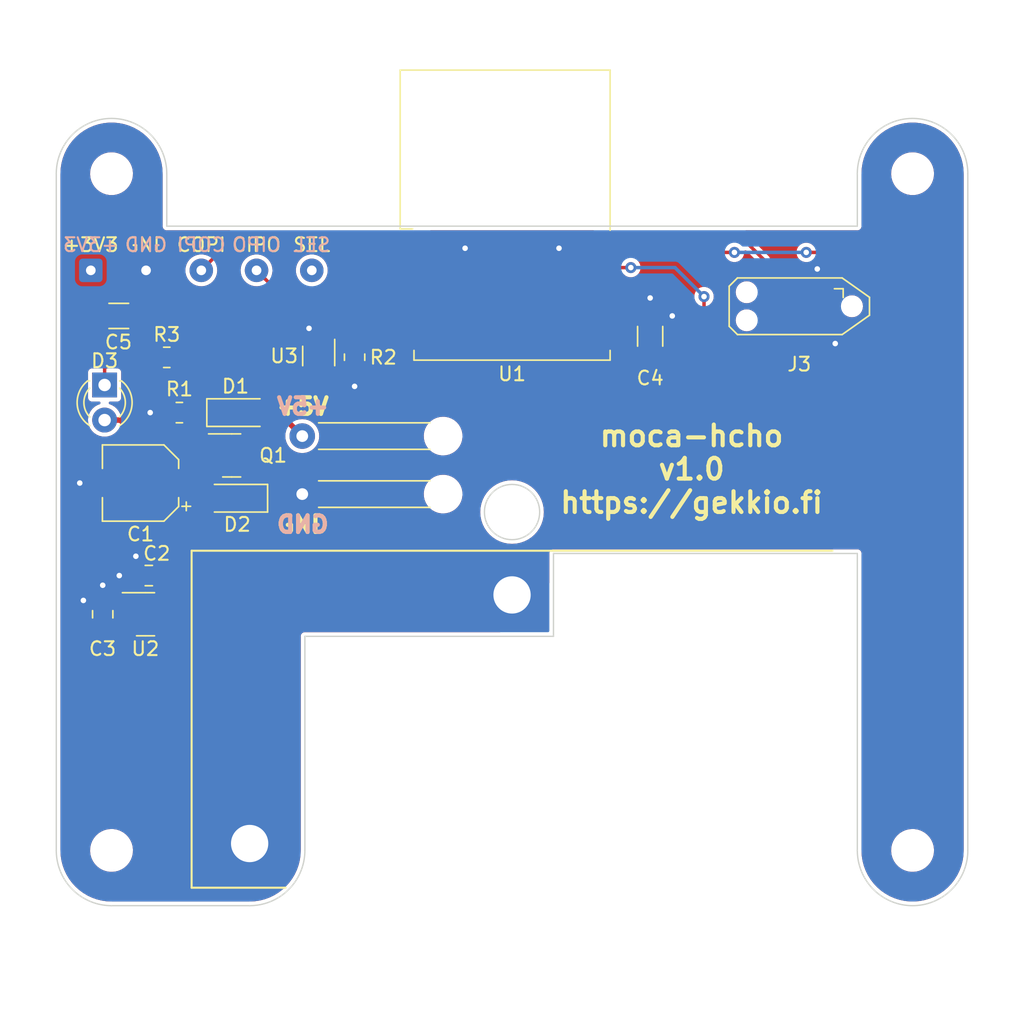
<source format=kicad_pcb>
(kicad_pcb (version 20211014) (generator pcbnew)
  (title_block (title "moca-hcho") (date "2022-01-01") (rev "${VERSION}") (company "https://gekkio.fi"))
  (layers (0 "F.Cu" signal) (31 "B.Cu" signal) (34 "B.Paste" user) (35 "F.Paste" user) (36 "B.SilkS" user "B.Silkscreen") (37 "F.SilkS" user "F.Silkscreen") (38 "B.Mask" user) (39 "F.Mask" user) (44 "Edge.Cuts" user))
  (property "VERSION" "v1.0")
  (net 0 "")
  (net 1 "/VIN")
  (net 2 "GND")
  (net 3 "Net-(D1-Pad1)")
  (net 4 "Net-(D1-Pad2)")
  (net 5 "/SFA30_COPI")
  (net 6 "/SFA30_CIPO")
  (net 12 "+3V3")
  (net 17 "/SWDIO")
  (net 39 "/RESET")
  (net 43 "/SWDCLK")
  (net 44 "Net-(D3-Pad1)")
  (net 45 "/~{LED_EN}")
  (net 46 "Net-(R3-Pad2)")
  (footprint "Connector_Wire:SolderWire-0.15sqmm_1x05_P4mm_D0.5mm_OD1.5mm" (layer "F.Cu") (at 69.5 82.5)
    (fp_text reference "J2" hide)
    (fp_text value "DNP")
    (pad "1" thru_hole roundrect locked (at 0 0) (size 1.7 1.7) (drill 0.7) (layers *.Cu *.Mask) (roundrect_rratio 0.1470588235) (net 12 "+3V3"))
    (pad "2" thru_hole circle locked (at 4 0) (size 1.7 1.7) (drill 0.7) (layers *.Cu *.Mask) (net 2 "GND"))
    (pad "3" thru_hole circle locked (at 8 0) (size 1.7 1.7) (drill 0.7) (layers *.Cu *.Mask) (net 5 "/SFA30_COPI"))
    (pad "4" thru_hole circle locked (at 12 0) (size 1.7 1.7) (drill 0.7) (layers *.Cu *.Mask) (net 6 "/SFA30_CIPO"))
    (pad "5" thru_hole circle locked (at 16 0) (size 1.7 1.7) (drill 0.7) (layers *.Cu *.Mask))
  )
  (footprint "Capacitor_SMD:C_1206_3216Metric" (layer "F.Cu") (at 71.525 85.8)
    (fp_text reference "C5" (at -0.025 1.9) (layer "F.SilkS"))
    (fp_text value "10uF")
    (fp_line (start -0.711252 -0.91) (end 0.711252 -0.91) (layer "F.SilkS") (width 0.12))
    (fp_line (start -0.711252 0.91) (end 0.711252 0.91) (layer "F.SilkS") (width 0.12))
    (pad "1" smd roundrect locked (at -1.475 0) (size 1.15 1.8) (layers "F.Cu" "F.Paste" "F.Mask") (roundrect_rratio 0.2173913043) (net 12 "+3V3"))
    (pad "2" smd roundrect locked (at 1.475 0) (size 1.15 1.8) (layers "F.Cu" "F.Paste" "F.Mask") (roundrect_rratio 0.2173913043) (net 2 "GND"))
  )
  (footprint "MountingHole:MountingHole_2.5mm" (layer "F.Cu") (at 129 124.5 90)
    (fp_text reference "H4" hide)
    (fp_text value "DNP" hide)
    (pad "" np_thru_hole circle locked (at 0 0 90) (size 2.5 2.5) (drill 2.5) (layers *.Cu *.Mask))
  )
  (footprint "MountingHole:MountingHole_2.5mm" (layer "F.Cu") (at 129 75.5 90)
    (fp_text reference "H2" hide)
    (fp_text value "DNP" hide)
    (pad "" np_thru_hole circle locked (at 0 0 90) (size 2.5 2.5) (drill 2.5) (layers *.Cu *.Mask))
  )
  (footprint "MountingHole:MountingHole_2.5mm" (layer "F.Cu") (at 71 75.5 90)
    (fp_text reference "H3" hide)
    (fp_text value "DNP" hide)
    (pad "" np_thru_hole circle locked (at 0 0 90) (size 2.5 2.5) (drill 2.5) (layers *.Cu *.Mask))
  )
  (footprint "Capacitor_SMD:C_0805_2012Metric" (layer "F.Cu") (at 73.7 104.6 180)
    (fp_text reference "C2" (at 0.5 1.6) (layer "F.SilkS") (effects (justify left)))
    (fp_text value "4.7uF")
    (fp_line (start -0.261252 -0.735) (end 0.261252 -0.735) (layer "F.SilkS") (width 0.12))
    (fp_line (start -0.261252 0.735) (end 0.261252 0.735) (layer "F.SilkS") (width 0.12))
    (pad "1" smd roundrect locked (at -0.95 0 180) (size 1 1.45) (layers "F.Cu" "F.Paste" "F.Mask") (net 1 "/VIN"))
    (pad "2" smd roundrect locked (at 0.95 0 180) (size 1 1.45) (layers "F.Cu" "F.Paste" "F.Mask") (net 2 "GND"))
  )
  (footprint "LED_THT:LED_D3.0mm" (layer "F.Cu") (at 70.5 90.8 -90)
    (fp_text reference "D3" (at -1.75 0 180) (layer "F.SilkS"))
    (fp_text value "LED")
    (fp_line (start -0.29 1.08) (end -0.29 1.236) (layer "F.SilkS") (width 0.12))
    (fp_line (start -0.29 -1.236) (end -0.29 -1.08) (layer "F.SilkS") (width 0.12))
    (fp_arc (start 0.229039 -1.08) (mid 1.270117 -1.5) (end 2.31113 -1.079837) (layer "F.SilkS") (width 0.12))
    (fp_arc (start 2.942335 1.078608) (mid 1.366487 1.987659) (end -0.29 1.235516) (layer "F.SilkS") (width 0.12))
    (fp_arc (start 2.31113 1.079837) (mid 1.270117 1.5) (end 0.229039 1.08) (layer "F.SilkS") (width 0.12))
    (fp_arc (start -0.29 -1.235516) (mid 1.366487 -1.987659) (end 2.942335 -1.078608) (layer "F.SilkS") (width 0.12))
    (pad "1" thru_hole rect locked (at 0 0 270) (size 1.8 1.8) (drill 0.9) (layers *.Cu *.Mask) (net 44 "Net-(D3-Pad1)"))
    (pad "2" thru_hole circle locked (at 2.54 0 270) (size 1.8 1.8) (drill 0.9) (layers *.Cu *.Mask) (net 1 "/VIN"))
  )
  (footprint "Package_TO_SOT_SMD:SOT-23" (layer "F.Cu") (at 73.4625 107.4)
    (fp_text reference "U2" (at -0.0125 2.5) (layer "F.SilkS"))
    (fp_text value "LN1132P332M")
    (fp_line (start 0 -1.56) (end -1.675 -1.56) (layer "F.SilkS") (width 0.12))
    (fp_line (start 0 1.56) (end -0.65 1.56) (layer "F.SilkS") (width 0.12))
    (fp_line (start 0 -1.56) (end 0.65 -1.56) (layer "F.SilkS") (width 0.12))
    (fp_line (start 0 1.56) (end 0.65 1.56) (layer "F.SilkS") (width 0.12))
    (pad "1" smd roundrect locked (at -0.9375 -0.95) (size 1.475 0.6) (layers "F.Cu" "F.Paste" "F.Mask") (net 2 "GND"))
    (pad "2" smd roundrect locked (at -0.9375 0.95) (size 1.475 0.6) (layers "F.Cu" "F.Paste" "F.Mask") (net 12 "+3V3"))
    (pad "3" smd roundrect locked (at 0.9375 0) (size 1.475 0.6) (layers "F.Cu" "F.Paste" "F.Mask") (net 1 "/VIN"))
  )
  (footprint "Capacitor_SMD:CP_Elec_5x5.8" (layer "F.Cu") (at 73.1 97.9 180)
    (fp_text reference "C1" (at 0 -3.7) (layer "F.SilkS"))
    (fp_text value "47uF")
    (fp_line (start -1.695563 2.76) (end 2.76 2.76) (layer "F.SilkS") (width 0.12))
    (fp_line (start -2.76 -1.695563) (end -1.695563 -2.76) (layer "F.SilkS") (width 0.12))
    (fp_line (start 2.76 -2.76) (end 2.76 -1.06) (layer "F.SilkS") (width 0.12))
    (fp_line (start -3.3125 -1.9975) (end -3.3125 -1.3725) (layer "F.SilkS") (width 0.12))
    (fp_line (start 2.76 2.76) (end 2.76 1.06) (layer "F.SilkS") (width 0.12))
    (fp_line (start -2.76 1.695563) (end -2.76 1.06) (layer "F.SilkS") (width 0.12))
    (fp_line (start -3.625 -1.685) (end -3 -1.685) (layer "F.SilkS") (width 0.12))
    (fp_line (start -2.76 -1.695563) (end -2.76 -1.06) (layer "F.SilkS") (width 0.12))
    (fp_line (start -2.76 1.695563) (end -1.695563 2.76) (layer "F.SilkS") (width 0.12))
    (fp_line (start -1.695563 -2.76) (end 2.76 -2.76) (layer "F.SilkS") (width 0.12))
    (pad "1" smd roundrect locked (at -2.2 0 180) (size 3 1.6) (layers "F.Cu" "F.Paste" "F.Mask") (roundrect_rratio 0.15625) (net 1 "/VIN"))
    (pad "2" smd roundrect locked (at 2.2 0 180) (size 3 1.6) (layers "F.Cu" "F.Paste" "F.Mask") (roundrect_rratio 0.15625) (net 2 "GND"))
  )
  (footprint "Connector:Tag-Connect_TC2050-IDC-NL_2x05_P1.27mm_Vertical" (layer "F.Cu") (at 120.8 85.1 180)
    (fp_text reference "J3" (at 0 -4.2) (layer "F.SilkS"))
    (fp_text value "DNP")
    (fp_line (start 4.48 -2.05) (end 5.08 -1.45) (layer "F.SilkS") (width 0.12))
    (fp_line (start -5.08 0.65) (end -5.08 -0.65) (layer "F.SilkS") (width 0.12))
    (fp_line (start 4.48 2.05) (end -3.1 2.05) (layer "F.SilkS") (width 0.12))
    (fp_line (start 4.48 2.05) (end 5.08 1.45) (layer "F.SilkS") (width 0.12))
    (fp_line (start -3.1 2.05) (end -5.08 0.65) (layer "F.SilkS") (width 0.12))
    (fp_line (start -3.1 -2.05) (end 4.48 -2.05) (layer "F.SilkS") (width 0.12))
    (fp_line (start 5.08 -1.45) (end 5.08 1.45) (layer "F.SilkS") (width 0.12))
    (fp_line (start -2.54 1.27) (end -3.175 1.27) (layer "F.SilkS") (width 0.12))
    (fp_line (start -3.175 1.27) (end -3.175 0.635) (layer "F.SilkS") (width 0.12))
    (fp_line (start -5.08 -0.65) (end -3.1 -2.05) (layer "F.SilkS") (width 0.12))
    (pad "" np_thru_hole circle locked (at 3.81 1.016 180) (size 0.9906 0.9906) (drill 0.9906) (layers *.Cu *.Mask))
    (pad "" np_thru_hole circle locked (at 3.81 -1.016 180) (size 0.9906 0.9906) (drill 0.9906) (layers *.Cu *.Mask))
    (pad "" np_thru_hole circle locked (at -3.81 0 180) (size 0.9906 0.9906) (drill 0.9906) (layers *.Cu *.Mask))
    (pad "1" connect circle locked (at -2.54 0.635 180) (size 0.7874 0.7874) (layers "F.Cu" "F.Mask") (net 43 "/SWDCLK"))
    (pad "2" connect circle locked (at -1.27 0.635 180) (size 0.7874 0.7874) (layers "F.Cu" "F.Mask") (net 2 "GND"))
    (pad "3" connect circle locked (at 0 0.635 180) (size 0.7874 0.7874) (layers "F.Cu" "F.Mask"))
    (pad "4" connect circle locked (at 1.27 0.635 180) (size 0.7874 0.7874) (layers "F.Cu" "F.Mask") (net 12 "+3V3"))
    (pad "5" connect circle locked (at 2.54 0.635 180) (size 0.7874 0.7874) (layers "F.Cu" "F.Mask") (net 17 "/SWDIO"))
    (pad "6" connect circle locked (at 2.54 -0.635 180) (size 0.7874 0.7874) (layers "F.Cu" "F.Mask") (net 39 "/RESET"))
    (pad "7" connect circle locked (at 1.27 -0.635 180) (size 0.7874 0.7874) (layers "F.Cu" "F.Mask"))
    (pad "8" connect circle locked (at 0 -0.635 180) (size 0.7874 0.7874) (layers "F.Cu" "F.Mask"))
    (pad "9" connect circle locked (at -1.27 -0.635 180) (size 0.7874 0.7874) (layers "F.Cu" "F.Mask"))
    (pad "10" connect circle locked (at -2.54 -0.635 180) (size 0.7874 0.7874) (layers "F.Cu" "F.Mask") (net 2 "GND"))
  )
  (footprint "Gekkio_RF_Module:Fanstel_BT832F" (layer "F.Cu") (at 100 83.95)
    (fp_text reference "U1" (at 0 6.05 unlocked) (layer "F.SilkS"))
    (fp_text value "BT832F")
    (fp_line (start -7.1 5.05) (end 7.1 5.05) (layer "F.SilkS") (width 0.12))
    (fp_line (start 7.1 5.05) (end 7.1 4.35) (layer "F.SilkS") (width 0.12))
    (fp_line (start 7.1 -15.95) (end -8.1 -15.95) (layer "F.SilkS") (width 0.12))
    (fp_line (start -7.1 5.05) (end -7.1 4.35) (layer "F.SilkS") (width 0.12))
    (fp_line (start -8.1 -4.45) (end -7.2 -4.45) (layer "F.SilkS") (width 0.12))
    (fp_line (start 7.1 -15.95) (end 7.1 -4.35) (layer "F.SilkS") (width 0.12))
    (fp_line (start -8.1 -15.95) (end -8.1 -4.45) (layer "F.SilkS") (width 0.12))
    (pad "1" smd roundrect (at -7 -3.85) (size 1.5 0.7) (layers "F.Cu" "F.Paste" "F.Mask") (net 5 "/SFA30_COPI"))
    (pad "2" smd roundrect (at -7 -2.75) (size 1.5 0.7) (layers "F.Cu" "F.Paste" "F.Mask") (net 6 "/SFA30_CIPO"))
    (pad "3" smd roundrect (at -7 -1.65) (size 1.5 0.7) (layers "F.Cu" "F.Paste" "F.Mask"))
    (pad "4" smd roundrect (at -7 -0.55) (size 1.5 0.7) (layers "F.Cu" "F.Paste" "F.Mask"))
    (pad "5" smd roundrect (at -7 0.55) (size 1.5 0.7) (layers "F.Cu" "F.Paste" "F.Mask") (net 45 "/~{LED_EN}"))
    (pad "6" smd roundrect (at -7 1.65) (size 1.5 0.7) (layers "F.Cu" "F.Paste" "F.Mask"))
    (pad "7" smd roundrect (at -7 2.75) (size 1.5 0.7) (layers "F.Cu" "F.Paste" "F.Mask"))
    (pad "8" smd roundrect (at -7 3.85) (size 1.5 0.7) (layers "F.Cu" "F.Paste" "F.Mask"))
    (pad "9" smd roundrect (at 7 3.85) (size 1.5 0.7) (layers "F.Cu" "F.Paste" "F.Mask") (net 12 "+3V3"))
    (pad "10" smd roundrect (at 7 2.75) (size 1.5 0.7) (layers "F.Cu" "F.Paste" "F.Mask") (net 2 "GND"))
    (pad "11" smd roundrect (at 7 1.65) (size 1.5 0.7) (layers "F.Cu" "F.Paste" "F.Mask"))
    (pad "12" smd roundrect (at 7 0.55) (size 1.5 0.7) (layers "F.Cu" "F.Paste" "F.Mask"))
    (pad "13" smd roundrect (at 7 -0.55) (size 1.5 0.7) (layers "F.Cu" "F.Paste" "F.Mask"))
    (pad "14" smd roundrect (at 7 -1.65) (size 1.5 0.7) (layers "F.Cu" "F.Paste" "F.Mask") (net 39 "/RESET"))
    (pad "15" smd roundrect (at 7 -2.75) (size 1.5 0.7) (layers "F.Cu" "F.Paste" "F.Mask") (net 43 "/SWDCLK"))
    (pad "16" smd roundrect (at 7 -3.85) (size 1.5 0.7) (layers "F.Cu" "F.Paste" "F.Mask") (net 17 "/SWDIO"))
    (pad "A0" smd circle (at -2.25 -3.05) (size 0.6 0.6) (layers "F.Cu" "F.Paste" "F.Mask") (net 2 "GND"))
    (pad "A1" smd circle (at -2.25 -1.85) (size 0.6 0.6) (layers "F.Cu" "F.Paste" "F.Mask"))
    (pad "A2" smd circle (at -2.25 -0.65) (size 0.6 0.6) (layers "F.Cu" "F.Paste" "F.Mask"))
    (pad "A3" smd circle (at -2.25 0.55) (size 0.6 0.6) (layers "F.Cu" "F.Paste" "F.Mask"))
    (pad "A4" smd circle (at -2.25 1.75) (size 0.6 0.6) (layers "F.Cu" "F.Paste" "F.Mask"))
    (pad "A5" smd circle (at -2.25 2.95) (size 0.6 0.6) (layers "F.Cu" "F.Paste" "F.Mask"))
    (pad "B0" smd circle (at -0.75 -3.05) (size 0.6 0.6) (layers "F.Cu" "F.Paste" "F.Mask") (net 2 "GND"))
    (pad "B1" smd circle (at -0.75 -1.85) (size 0.6 0.6) (layers "F.Cu" "F.Paste" "F.Mask"))
    (pad "B2" smd circle (at -0.75 -0.65) (size 0.6 0.6) (layers "F.Cu" "F.Paste" "F.Mask"))
    (pad "B3" smd circle (at -0.75 0.55) (size 0.6 0.6) (layers "F.Cu" "F.Paste" "F.Mask"))
    (pad "B4" smd circle (at -0.75 1.75) (size 0.6 0.6) (layers "F.Cu" "F.Paste" "F.Mask"))
    (pad "B5" smd circle (at -0.75 2.95) (size 0.6 0.6) (layers "F.Cu" "F.Paste" "F.Mask"))
    (pad "C0" smd circle (at 0.75 -3.05) (size 0.6 0.6) (layers "F.Cu" "F.Paste" "F.Mask") (net 2 "GND"))
    (pad "C1" smd circle (at 0.75 -1.85) (size 0.6 0.6) (layers "F.Cu" "F.Paste" "F.Mask"))
    (pad "C2" smd circle (at 0.75 -0.65) (size 0.6 0.6) (layers "F.Cu" "F.Paste" "F.Mask"))
    (pad "C3" smd circle (at 0.75 0.55) (size 0.6 0.6) (layers "F.Cu" "F.Paste" "F.Mask"))
    (pad "C4" smd circle (at 0.75 1.75) (size 0.6 0.6) (layers "F.Cu" "F.Paste" "F.Mask"))
    (pad "C5" smd circle (at 0.75 2.95) (size 0.6 0.6) (layers "F.Cu" "F.Paste" "F.Mask"))
    (pad "D0" smd circle (at 2.25 -3.05) (size 0.6 0.6) (layers "F.Cu" "F.Paste" "F.Mask") (net 2 "GND"))
    (pad "D1" smd circle (at 2.25 -1.85) (size 0.6 0.6) (layers "F.Cu" "F.Paste" "F.Mask"))
    (pad "D2" smd circle (at 2.25 -0.65) (size 0.6 0.6) (layers "F.Cu" "F.Paste" "F.Mask"))
    (pad "D3" smd circle (at 2.25 0.55) (size 0.6 0.6) (layers "F.Cu" "F.Paste" "F.Mask"))
    (pad "D4" smd circle (at 2.25 1.75) (size 0.6 0.6) (layers "F.Cu" "F.Paste" "F.Mask"))
    (pad "D5" smd circle (at 2.25 2.95) (size 0.6 0.6) (layers "F.Cu" "F.Paste" "F.Mask"))
  )
  (footprint "Connector_Wire:SolderWire-0.25sqmm_1x02_P4.2mm_D0.65mm_OD1.7mm_Relief" (layer "F.Cu") (at 84.81 98.7 90)
    (fp_text reference "J1" hide)
    (fp_text value "DNP")
    (fp_line (start 0.96 1.185) (end 0.96 9.24) (layer "F.SilkS") (width 0.12))
    (fp_line (start 3.24 1.185) (end 3.24 9.24) (layer "F.SilkS") (width 0.12))
    (fp_line (start 5.16 1.185) (end 5.16 9.24) (layer "F.SilkS") (width 0.12))
    (fp_line (start -0.96 1.185) (end -0.96 9.24) (layer "F.SilkS") (width 0.12))
    (pad "" np_thru_hole circle locked (at 4.2 10.2 90) (size 2.2 2.2) (drill 2.2) (layers *.Cu *.Mask))
    (pad "" np_thru_hole circle locked (at 0 10.2 90) (size 2.2 2.2) (drill 2.2) (layers *.Cu *.Mask))
    (pad "1" thru_hole roundrect locked (at 0 0 90) (size 1.85 1.85) (drill 0.85) (layers *.Cu *.Mask) (roundrect_rratio 0.1351351351) (net 2 "GND"))
    (pad "2" thru_hole circle locked (at 4.2 0 90) (size 1.85 1.85) (drill 0.85) (layers *.Cu *.Mask) (net 4 "Net-(D1-Pad2)"))
  )
  (footprint "MountingHole:MountingHole_2.5mm" (layer "F.Cu") (at 71 124.5 90)
    (fp_text reference "H1" hide)
    (fp_text value "DNP" hide)
    (pad "" np_thru_hole circle locked (at 0 0 90) (size 2.5 2.5) (drill 2.5) (layers *.Cu *.Mask))
  )
  (footprint "Resistor_SMD:R_0805_2012Metric" (layer "F.Cu") (at 75 88.8)
    (fp_text reference "R3" (at 0 -1.65) (layer "F.SilkS"))
    (fp_text value "1k")
    (fp_line (start -0.227064 -0.735) (end 0.227064 -0.735) (layer "F.SilkS") (width 0.12))
    (fp_line (start -0.227064 0.735) (end 0.227064 0.735) (layer "F.SilkS") (width 0.12))
    (pad "1" smd roundrect locked (at -0.9125 0) (size 1.025 1.4) (layers "F.Cu" "F.Paste" "F.Mask") (roundrect_rratio 0.243902439) (net 44 "Net-(D3-Pad1)"))
    (pad "2" smd roundrect locked (at 0.9125 0) (size 1.025 1.4) (layers "F.Cu" "F.Paste" "F.Mask") (roundrect_rratio 0.243902439) (net 46 "Net-(R3-Pad2)"))
  )
  (footprint "Diode_SMD:D_SOD-123F" (layer "F.Cu") (at 80.1 99 180)
    (fp_text reference "D2" (at 0 -1.9) (layer "F.SilkS"))
    (fp_text value "SMF10CA")
    (fp_line (start -2.2 -1) (end 1.65 -1) (layer "F.SilkS") (width 0.12))
    (fp_line (start -2.2 1) (end 1.65 1) (layer "F.SilkS") (width 0.12))
    (fp_line (start -2.2 -1) (end -2.2 1) (layer "F.SilkS") (width 0.12))
    (pad "1" smd rect locked (at -1.4 0 180) (size 1.1 1.1) (layers "F.Cu" "F.Paste" "F.Mask") (net 2 "GND"))
    (pad "2" smd rect locked (at 1.4 0 180) (size 1.1 1.1) (layers "F.Cu" "F.Paste" "F.Mask") (net 1 "/VIN"))
  )
  (footprint "Resistor_SMD:R_0805_2012Metric" (layer "F.Cu") (at 88.6 88.7875 -90)
    (fp_text reference "R2" (at 0.0125 -1 180) (layer "F.SilkS") (effects (justify left)))
    (fp_text value "10k")
    (fp_line (start -0.227064 -0.735) (end 0.227064 -0.735) (layer "F.SilkS") (width 0.12))
    (fp_line (start -0.227064 0.735) (end 0.227064 0.735) (layer "F.SilkS") (width 0.12))
    (pad "1" smd roundrect locked (at -0.9125 0 270) (size 1.025 1.4) (layers "F.Cu" "F.Paste" "F.Mask") (roundrect_rratio 0.243902439) (net 45 "/~{LED_EN}"))
    (pad "2" smd roundrect locked (at 0.9125 0 270) (size 1.025 1.4) (layers "F.Cu" "F.Paste" "F.Mask") (roundrect_rratio 0.243902439) (net 2 "GND"))
  )
  (footprint "MountingHole:MountingHole_2.7mm_M2.5_DIN965_Pad" (layer "F.Cu") (at 81 124)
    (fp_text reference "H5" hide)
    (fp_text value "DNP" hide)
    (pad "1" thru_hole circle locked (at 0 0) (size 4.7 4.7) (drill 2.7) (layers *.Cu *.Mask) (net 2 "GND"))
  )
  (footprint "Package_TO_SOT_SMD:SOT-23" (layer "F.Cu") (at 79.7 95.9)
    (fp_text reference "Q1" (at 1.9 0) (layer "F.SilkS") (effects (justify left)))
    (fp_text value "BSS84")
    (fp_line (start 0 1.56) (end -0.65 1.56) (layer "F.SilkS") (width 0.12))
    (fp_line (start 0 -1.56) (end -1.675 -1.56) (layer "F.SilkS") (width 0.12))
    (fp_line (start 0 1.56) (end 0.65 1.56) (layer "F.SilkS") (width 0.12))
    (fp_line (start 0 -1.56) (end 0.65 -1.56) (layer "F.SilkS") (width 0.12))
    (pad "1" smd roundrect locked (at -0.9375 -0.95) (size 1.475 0.6) (layers "F.Cu" "F.Paste" "F.Mask") (net 3 "Net-(D1-Pad1)"))
    (pad "2" smd roundrect locked (at -0.9375 0.95) (size 1.475 0.6) (layers "F.Cu" "F.Paste" "F.Mask") (net 1 "/VIN"))
    (pad "3" smd roundrect locked (at 0.9375 0) (size 1.475 0.6) (layers "F.Cu" "F.Paste" "F.Mask") (net 4 "Net-(D1-Pad2)"))
  )
  (footprint "Capacitor_SMD:C_1206_3216Metric" (layer "F.Cu") (at 110 87.275 90)
    (fp_text reference "C4" (at -3.025 0 180) (layer "F.SilkS"))
    (fp_text value "10uF")
    (fp_line (start -0.711252 0.91) (end 0.711252 0.91) (layer "F.SilkS") (width 0.12))
    (fp_line (start -0.711252 -0.91) (end 0.711252 -0.91) (layer "F.SilkS") (width 0.12))
    (pad "1" smd roundrect locked (at -1.475 0 90) (size 1.15 1.8) (layers "F.Cu" "F.Paste" "F.Mask") (roundrect_rratio 0.2173913043) (net 12 "+3V3"))
    (pad "2" smd roundrect locked (at 1.475 0 90) (size 1.15 1.8) (layers "F.Cu" "F.Paste" "F.Mask") (roundrect_rratio 0.2173913043) (net 2 "GND"))
  )
  (footprint "Diode_SMD:D_SOD-123F" (layer "F.Cu") (at 80.1 92.8)
    (fp_text reference "D1" (at -0.127 -1.905) (layer "F.SilkS"))
    (fp_text value "SMF10CA")
    (fp_line (start -2.2 -1) (end -2.2 1) (layer "F.SilkS") (width 0.12))
    (fp_line (start -2.2 -1) (end 1.65 -1) (layer "F.SilkS") (width 0.12))
    (fp_line (start -2.2 1) (end 1.65 1) (layer "F.SilkS") (width 0.12))
    (pad "1" smd rect locked (at -1.4 0) (size 1.1 1.1) (layers "F.Cu" "F.Paste" "F.Mask") (net 3 "Net-(D1-Pad1)"))
    (pad "2" smd rect locked (at 1.4 0) (size 1.1 1.1) (layers "F.Cu" "F.Paste" "F.Mask") (net 4 "Net-(D1-Pad2)"))
  )
  (footprint "Capacitor_SMD:C_0805_2012Metric" (layer "F.Cu") (at 70.3625 107.4 90)
    (fp_text reference "C3" (at -2.5 -0.0125 180) (layer "F.SilkS"))
    (fp_text value "4.7uF")
    (fp_line (start -0.261252 -0.735) (end 0.261252 -0.735) (layer "F.SilkS") (width 0.12))
    (fp_line (start -0.261252 0.735) (end 0.261252 0.735) (layer "F.SilkS") (width 0.12))
    (pad "1" smd roundrect locked (at -0.95 0 90) (size 1 1.45) (layers "F.Cu" "F.Paste" "F.Mask") (net 12 "+3V3"))
    (pad "2" smd roundrect locked (at 0.95 0 90) (size 1 1.45) (layers "F.Cu" "F.Paste" "F.Mask") (net 2 "GND"))
  )
  (footprint "MountingHole:MountingHole_2.7mm_M2.5_DIN965_Pad" (layer "F.Cu") (at 100 106)
    (fp_text reference "H6" hide)
    (fp_text value "DNP" hide)
    (pad "1" thru_hole circle locked (at 0 0) (size 4.7 4.7) (drill 2.7) (layers *.Cu *.Mask) (net 2 "GND"))
  )
  (footprint "Resistor_SMD:R_0805_2012Metric" (layer "F.Cu") (at 75.9125 92.8 180)
    (fp_text reference "R1" (at 0 1.7) (layer "F.SilkS"))
    (fp_text value "100R")
    (fp_line (start -0.227064 -0.735) (end 0.227064 -0.735) (layer "F.SilkS") (width 0.12))
    (fp_line (start -0.227064 0.735) (end 0.227064 0.735) (layer "F.SilkS") (width 0.12))
    (pad "1" smd roundrect locked (at -0.9125 0 180) (size 1.025 1.4) (layers "F.Cu" "F.Paste" "F.Mask") (roundrect_rratio 0.243902439) (net 3 "Net-(D1-Pad1)"))
    (pad "2" smd roundrect locked (at 0.9125 0 180) (size 1.025 1.4) (layers "F.Cu" "F.Paste" "F.Mask") (roundrect_rratio 0.243902439) (net 2 "GND"))
  )
  (footprint "Package_TO_SOT_SMD:SOT-353_SC-70-5" (layer "F.Cu") (at 86 88.7 -90)
    (fp_text reference "U3" (at 0 1.4 180) (layer "F.SilkS") (effects (justify right)))
    (fp_text value "74LVC1G07")
    (fp_line (start 0.7 -1.16) (end -1.2 -1.16) (layer "F.SilkS") (width 0.12))
    (fp_line (start -0.7 1.16) (end 0.7 1.16) (layer "F.SilkS") (width 0.12))
    (pad "1" smd rect locked (at -0.95 -0.65 270) (size 0.65 0.4) (layers "F.Cu" "F.Paste" "F.Mask"))
    (pad "2" smd rect locked (at -0.95 0 270) (size 0.65 0.4) (layers "F.Cu" "F.Paste" "F.Mask") (net 45 "/~{LED_EN}"))
    (pad "3" smd rect locked (at -0.95 0.65 270) (size 0.65 0.4) (layers "F.Cu" "F.Paste" "F.Mask") (net 2 "GND"))
    (pad "4" smd rect locked (at 0.95 0.65 270) (size 0.65 0.4) (layers "F.Cu" "F.Paste" "F.Mask") (net 46 "Net-(R3-Pad2)"))
    (pad "5" smd rect locked (at 0.95 -0.65 270) (size 0.65 0.4) (layers "F.Cu" "F.Paste" "F.Mask") (net 12 "+3V3"))
  )
  (gr_line (start 76.8 127.2) (end 83.6 127.2) (layer "F.SilkS") (width 0.15))
  (gr_line (start 76.8 102.8) (end 76.8 127.2) (layer "F.SilkS") (width 0.15))
  (gr_line (start 76.8 102.8) (end 123.2 102.8) (layer "F.SilkS") (width 0.15))
  (gr_arc (start 67 75.5) (mid 71 71.5) (end 75 75.5) (layer "Edge.Cuts") (width 0.1))
  (gr_line (start 85 109) (end 85 124.5) (layer "Edge.Cuts") (width 0.1))
  (gr_line (start 125 124.5) (end 125 103) (layer "Edge.Cuts") (width 0.1))
  (gr_line (start 133 75.5) (end 133 124.5) (layer "Edge.Cuts") (width 0.1))
  (gr_arc (start 71 128.5) (mid 68.171573 127.328427) (end 67 124.5) (layer "Edge.Cuts") (width 0.1))
  (gr_line (start 71 128.5) (end 81 128.5) (layer "Edge.Cuts") (width 0.1))
  (gr_arc (start 85 124.5) (mid 83.828427 127.328427) (end 81 128.5) (layer "Edge.Cuts") (width 0.1))
  (gr_line (start 67 124.5) (end 67 75.5) (layer "Edge.Cuts") (width 0.1))
  (gr_line (start 103 103) (end 103 109) (layer "Edge.Cuts") (width 0.1))
  (gr_line (start 125 75.5) (end 125 79.3) (layer "Edge.Cuts") (width 0.1))
  (gr_line (start 75 75.5) (end 75 79.3) (layer "Edge.Cuts") (width 0.1))
  (gr_arc (start 133 124.5) (mid 129 128.5) (end 125 124.5) (layer "Edge.Cuts") (width 0.1))
  (gr_arc (start 125 75.5) (mid 129 71.5) (end 133 75.5) (layer "Edge.Cuts") (width 0.1))
  (gr_line (start 103 103) (end 125 103) (layer "Edge.Cuts") (width 0.1))
  (gr_line (start 103 109) (end 85 109) (layer "Edge.Cuts") (width 0.1))
  (gr_line (start 75 79.3) (end 125 79.3) (layer "Edge.Cuts") (width 0.1))
  (gr_circle (center 100 100) (end 102 100) (layer "Edge.Cuts") (width 0.1) (fill none))
  (gr_text "GND" (at 73.5 80.65) (layer "B.SilkS") (effects (font (size 1 1)) (justify mirror)))
  (gr_text "+5V" (at 84.85 92.35) (layer "B.SilkS") (effects (font (size 1.2 1.2) (thickness 0.3)) (justify mirror)))
  (gr_text "COPI" (at 77.5 80.65) (layer "B.SilkS") (effects (font (size 1 1)) (justify mirror)))
  (gr_text "+3V3" (at 69.5 80.65) (layer "B.SilkS") (effects (font (size 1 1)) (justify mirror)))
  (gr_text "SEL" (at 85.5 80.65) (layer "B.SilkS") (effects (font (size 1 1)) (justify mirror)))
  (gr_text "GND" (at 84.85 100.9) (layer "B.SilkS") (effects (font (size 1.2 1.2) (thickness 0.3)) (justify mirror)))
  (gr_text "CIPO" (at 81.5 80.65) (layer "B.SilkS") (effects (font (size 1 1)) (justify mirror)))
  (gr_text "GND" (at 84.85 100.9) (layer "F.SilkS") (effects (font (size 1.2 1.2) (thickness 0.3))))
  (gr_text "+3V3" (at 69.5 80.65) (layer "F.SilkS") (effects (font (size 1 1))))
  (gr_text "GND" (at 73.5 80.65) (layer "F.SilkS") (effects (font (size 1 1))))
  (gr_text "CIPO" (at 81.5 80.65) (layer "F.SilkS") (effects (font (size 1 1))))
  (gr_text "moca-hcho\n${VERSION}\nhttps://gekkio.fi" (at 113 96.9) (layer "F.SilkS") (effects (font (size 1.5 1.5) (thickness 0.3))))
  (gr_text "SEL" (at 85.5 80.65) (layer "F.SilkS") (effects (font (size 1 1))))
  (gr_text "+5V" (at 84.85 92.35) (layer "F.SilkS") (effects (font (size 1.2 1.2) (thickness 0.3))))
  (gr_text "COPI" (at 77.5 80.65) (layer "F.SilkS") (effects (font (size 1 1))))
  (segment (start 70.5 93.34) (end 71.64 93.34) (width 0.4) (layer "F.Cu") (net 1))
  (segment (start 78 99) (end 76.9 97.9) (width 0.4) (layer "F.Cu") (net 1))
  (segment (start 78.7625 96.85) (end 78.7625 98.9375) (width 0.4) (layer "F.Cu") (net 1))
  (segment (start 75.3 102) (end 74.6125 102.6875) (width 0.4) (layer "F.Cu") (net 1))
  (segment (start 74.6125 102.6875) (end 74.6125 104.6) (width 0.4) (layer "F.Cu") (net 1))
  (segment (start 74.6125 104.6) (end 74.6125 107.1875) (width 0.4) (layer "F.Cu") (net 1))
  (segment (start 75.3 97.9) (end 75.3 102) (width 0.4) (layer "F.Cu") (net 1))
  (segment (start 76.9 97.9) (end 75.3 97.9) (width 0.4) (layer "F.Cu") (net 1))
  (segment (start 75.3 97) (end 75.3 97.9) (width 0.4) (layer "F.Cu") (net 1))
  (segment (start 78.7625 98.9375) (end 78.7 99) (width 0.4) (layer "F.Cu") (net 1))
  (segment (start 78.7 99) (end 78 99) (width 0.4) (layer "F.Cu") (net 1))
  (segment (start 71.64 93.34) (end 75.3 97) (width 0.4) (layer "F.Cu") (net 1))
  (segment (start 74.6125 107.1875) (end 74.4 107.4) (width 0.4) (layer "F.Cu") (net 1))
  (segment (start 72.525 106.45) (end 70.3625 106.45) (width 0.4) (layer "F.Cu") (net 2))
  (segment (start 72.7125 106.2625) (end 72.525 106.45) (width 0.4) (layer "F.Cu") (net 2))
  (segment (start 72.7125 104.6) (end 72.7125 103.25) (width 0.4) (layer "F.Cu") (net 2))
  (segment (start 123.34 85.735) (end 123.34 87.74) (width 0.25) (layer "F.Cu") (net 2))
  (segment (start 81.5 99) (end 84.01 99) (width 0.4) (layer "F.Cu") (net 2))
  (segment (start 70.9 97.9) (end 68.7 97.9) (width 0.4) (layer "F.Cu") (net 2))
  (segment (start 88.6 89.7) (end 88.6 90.9) (width 0.25) (layer "F.Cu") (net 2))
  (segment (start 110 85.8) (end 110 84.5) (width 0.4) (layer "F.Cu") (net 2))
  (segment (start 69.0125 106.45) (end 68.9625 106.4) (width 0.4) (layer "F.Cu") (net 2))
  (segment (start 84.01 99) (end 84.31 98.7) (width 0.4) (layer "F.Cu") (net 2))
  (segment (start 123.34 87.74) (end 123.4 87.8) (width 0.25) (layer "F.Cu") (net 2))
  (segment (start 73.5 84) (end 73.5 82.5) (width 0.4) (layer "F.Cu") (net 2))
  (segment (start 72.7125 103.25) (end 72.7625 103.2) (width 0.4) (layer "F.Cu") (net 2))
  (segment (start 73 85.8) (end 73 84.5) (width 0.4) (layer "F.Cu") (net 2))
  (segment (start 72.7125 104.6) (end 72.7125 106.2625) (width 0.4) (layer "F.Cu") (net 2))
  (segment (start 70.3625 106.45) (end 69.0125 106.45) (width 0.4) (layer "F.Cu") (net 2))
  (segment (start 73 84.5) (end 73.5 84) (width 0.4) (layer "F.Cu") (net 2))
  (segment (start 85.35 87.75) (end 85.35 86.75) (width 0.25) (layer "F.Cu") (net 2))
  (segment (start 107 86.7) (end 108 86.7) (width 0.4) (layer "F.Cu") (net 2))
  (segment (start 122.07 84.465) (end 122.07 82.43) (width 0.25) (layer "F.Cu") (net 2))
  (segment (start 72.7125 104.6) (end 71.5625 104.6) (width 0.4) (layer "F.Cu") (net 2))
  (segment (start 85.35 86.75) (end 85.3 86.7) (width 0.25) (layer "F.Cu") (net 2))
  (segment (start 70.3625 106.45) (end 70.3625 105.3) (width 0.4) (layer "F.Cu") (net 2))
  (segment (start 122.07 82.43) (end 122.1 82.4) (width 0.25) (layer "F.Cu") (net 2))
  (segment (start 108.9 85.8) (end 110 85.8) (width 0.4) (layer "F.Cu") (net 2))
  (segment (start 108 86.7) (end 108.9 85.8) (width 0.4) (layer "F.Cu") (net 2))
  (segment (start 75 92.8) (end 73.8 92.8) (width 0.4) (layer "F.Cu") (net 2))
  (segment (start 110 85.8) (end 111.6 85.8) (width 0.4) (layer "F.Cu") (net 2))
  (via (at 122.1 82.4) (size 0.8) (drill 0.4) (layers "F.Cu" "B.Cu") (net 2))
  (via (at 110 84.5) (size 0.8) (drill 0.4) (layers "F.Cu" "B.Cu") (net 2))
  (via (at 103.4 80.9) (size 0.8) (drill 0.4) (layers "F.Cu" "B.Cu") (net 2))
  (via (at 71.5625 104.6) (size 0.8) (drill 0.4) (layers "F.Cu" "B.Cu") (net 2))
  (via (at 72.7625 103.2) (size 0.8) (drill 0.4) (layers "F.Cu" "B.Cu") (net 2))
  (via (at 73.8 92.8) (size 0.8) (drill 0.4) (layers "F.Cu" "B.Cu") (net 2))
  (via (at 123.4 87.8) (size 0.8) (drill 0.4) (layers "F.Cu" "B.Cu") (net 2))
  (via (at 68.9625 106.4) (size 0.8) (drill 0.4) (layers "F.Cu" "B.Cu") (net 2))
  (via (at 96.6 80.9) (size 0.8) (drill 0.4) (layers "F.Cu" "B.Cu") (net 2))
  (via (at 85.3 86.7) (size 0.8) (drill 0.4) (layers "F.Cu" "B.Cu") (net 2))
  (via (at 68.7 97.9) (size 0.8) (drill 0.4) (layers "F.Cu" "B.Cu") (net 2))
  (via (at 88.6 90.9) (size 0.8) (drill 0.4) (layers "F.Cu" "B.Cu") (net 2))
  (via (at 111.6 85.8) (size 0.8) (drill 0.4) (layers "F.Cu" "B.Cu") (net 2))
  (via (at 70.3625 105.3) (size 0.8) (drill 0.4) (layers "F.Cu" "B.Cu") (net 2))
  (segment (start 78.7625 92.8625) (end 78.7 92.8) (width 0.4) (layer "F.Cu") (net 3))
  (segment (start 78.7 92.8) (end 76.825 92.8) (width 0.4) (layer "F.Cu") (net 3))
  (segment (start 78.7625 94.95) (end 78.7625 92.8625) (width 0.4) (layer "F.Cu") (net 3))
  (segment (start 81.5 92.8) (end 81.5 94) (width 0.4) (layer "F.Cu") (net 4))
  (segment (start 81.5 92.8) (end 83.11 92.8) (width 0.4) (layer "F.Cu") (net 4))
  (segment (start 83.11 92.8) (end 84.81 94.5) (width 0.4) (layer "F.Cu") (net 4))
  (segment (start 81.5 94) (end 80.6375 94.8625) (width 0.4) (layer "F.Cu") (net 4))
  (segment (start 80.6375 94.8625) (end 80.6375 95.9) (width 0.4) (layer "F.Cu") (net 4))
  (segment (start 79.9 80.1) (end 77.5 82.5) (width 0.25) (layer "F.Cu") (net 5))
  (segment (start 93 80.1) (end 79.9 80.1) (width 0.25) (layer "F.Cu") (net 5))
  (segment (start 90.8 81.2) (end 88 84) (width 0.25) (layer "F.Cu") (net 6))
  (segment (start 93 81.2) (end 90.8 81.2) (width 0.25) (layer "F.Cu") (net 6))
  (segment (start 88 84) (end 83 84) (width 0.25) (layer "F.Cu") (net 6))
  (segment (start 83 84) (end 81.5 82.5) (width 0.25) (layer "F.Cu") (net 6))
  (segment (start 108.95 88.75) (end 110 88.75) (width 0.4) (layer "F.Cu") (net 12))
  (segment (start 107 87.8) (end 108 87.8) (width 0.4) (layer "F.Cu") (net 12))
  (segment (start 70.05 84.45) (end 70.05 85.8) (width 0.4) (layer "F.Cu") (net 12))
  (segment (start 108 87.8) (end 108.95 88.75) (width 0.4) (layer "F.Cu") (net 12))
  (segment (start 69.5 83.9) (end 70.05 84.45) (width 0.4) (layer "F.Cu") (net 12))
  (segment (start 69.5 82.5) (end 69.5 83.9) (width 0.4) (layer "F.Cu") (net 12))
  (segment (start 72.525 108.35) (end 70.3625 108.35) (width 0.4) (layer "F.Cu") (net 12))
  (segment (start 118.26 81.76) (end 118.26 84.465) (width 0.25) (layer "F.Cu") (net 17))
  (segment (start 116.6 80.1) (end 118.26 81.76) (width 0.25) (layer "F.Cu") (net 17))
  (segment (start 107 80.1) (end 116.6 80.1) (width 0.25) (layer "F.Cu") (net 17))
  (segment (start 116.9 89) (end 115.2 89) (width 0.25) (layer "F.Cu") (net 39))
  (segment (start 113.9 87.7) (end 113.9 84.4) (width 0.25) (layer "F.Cu") (net 39))
  (segment (start 114.1 87.9) (end 113.9 87.7) (width 0.25) (layer "F.Cu") (net 39))
  (segment (start 115.2 89) (end 114.1 87.9) (width 0.25) (layer "F.Cu") (net 39))
  (segment (start 118.26 85.735) (end 118.26 87.64) (width 0.25) (layer "F.Cu") (net 39))
  (segment (start 108.6 82.3) (end 107 82.3) (width 0.25) (layer "F.Cu") (net 39))
  (segment (start 118.26 87.64) (end 116.9 89) (width 0.25) (layer "F.Cu") (net 39))
  (via (at 108.6 82.3) (size 0.8) (drill 0.4) (layers "F.Cu" "B.Cu") (net 39))
  (via (at 113.9 84.4) (size 0.8) (drill 0.4) (layers "F.Cu" "B.Cu") (net 39))
  (segment (start 113.9 84.4) (end 111.8 82.3) (width 0.25) (layer "B.Cu") (net 39))
  (segment (start 111.8 82.3) (end 108.6 82.3) (width 0.25) (layer "B.Cu") (net 39))
  (segment (start 123.34 82.14) (end 123.34 84.465) (width 0.25) (layer "F.Cu") (net 43))
  (segment (start 122.4 81.2) (end 123.34 82.14) (width 0.25) (layer "F.Cu") (net 43))
  (segment (start 121.3 81.2) (end 122.4 81.2) (width 0.25) (layer "F.Cu") (net 43))
  (segment (start 107 81.2) (end 116.1 81.2) (width 0.25) (layer "F.Cu") (net 43))
  (via (at 121.3 81.2) (size 0.8) (drill 0.4) (layers "F.Cu" "B.Cu") (net 43))
  (via (at 116.1 81.2) (size 0.8) (drill 0.4) (layers "F.Cu" "B.Cu") (net 43))
  (segment (start 116.1 81.2) (end 121.3 81.2) (width 0.25) (layer "B.Cu") (net 43))
  (segment (start 71.3 88.8) (end 74.0875 88.8) (width 0.25) (layer "F.Cu") (net 44))
  (segment (start 70.5 90.8) (end 70.5 89.6) (width 0.25) (layer "F.Cu") (net 44))
  (segment (start 70.5 89.6) (end 71.3 88.8) (width 0.25) (layer "F.Cu") (net 44))
  (segment (start 88.2 86.8) (end 86.5 86.8) (width 0.25) (layer "F.Cu") (net 45))
  (segment (start 88.6 87.2) (end 88.2 86.8) (width 0.25) (layer "F.Cu") (net 45))
  (segment (start 88.6 87.2) (end 91.3 84.5) (width 0.25) (layer "F.Cu") (net 45))
  (segment (start 86 87.3) (end 86 87.75) (width 0.25) (layer "F.Cu") (net 45))
  (segment (start 86.5 86.8) (end 86 87.3) (width 0.25) (layer "F.Cu") (net 45))
  (segment (start 88.6 87.875) (end 88.6 87.2) (width 0.25) (layer "F.Cu") (net 45))
  (segment (start 93 84.5) (end 91.3 84.5) (width 0.25) (layer "F.Cu") (net 45))
  (segment (start 84.3 89.65) (end 83.45 88.8) (width 0.25) (layer "F.Cu") (net 46))
  (segment (start 83.45 88.8) (end 75.9125 88.8) (width 0.25) (layer "F.Cu") (net 46))
  (segment (start 85.35 89.65) (end 84.3 89.65) (width 0.25) (layer "F.Cu") (net 46))
  (zone (net 2) (net_name "GND") (layer "F.Cu") (priority 1) (connect_pads yes (clearance 0.3)) (min_thickness 0.2) (fill yes (thermal_gap 0.508) (thermal_bridge_width 0.508) (smoothing fillet) (radius 0.5))
    (polygon (pts (xy 103.85 80.3) (xy 103.85 81.5) (xy 96.2 81.5) (xy 96.2 80.3)))
  )
  (zone (net 12) (net_name "+3V3") (layer "F.Cu") (connect_pads yes (clearance 0.3)) (min_thickness 0.2) (fill yes (thermal_gap 0.508) (thermal_bridge_width 0.508) (smoothing fillet) (radius 0.5))
    (polygon (pts (xy 136.997051 136.999999) (xy 62.997051 136.999999) (xy 62.997051 62.999999) (xy 136.997051 62.999999)))
  )
  (zone (net 2) (net_name "GND") (layer "B.Cu") (connect_pads yes (clearance 0.3)) (min_thickness 0.2) (fill yes (thermal_gap 0.508) (thermal_bridge_width 0.508) (smoothing fillet) (radius 0.5))
    (polygon (pts (xy 137 137) (xy 63 137) (xy 63 63) (xy 137 63)))
  )
)
</source>
